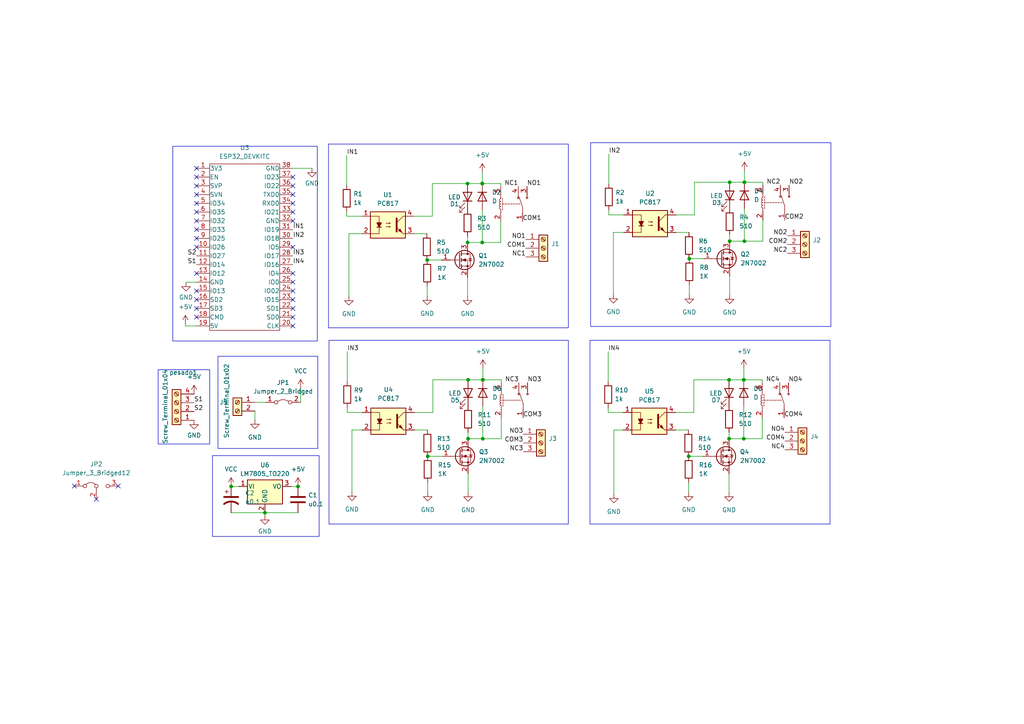
<source format=kicad_sch>
(kicad_sch (version 20230121) (generator eeschema)
  (paper "A4")
  (lib_symbols
    (symbol "Connector:Screw_Terminal_01x02" (pin_names (offset 1.016) hide)
      (property "Reference" "J" (at 0 2.54 0))
      (property "Value" "Screw_Terminal_01x02" (at 0 -5.08 0))
      (symbol "Screw_Terminal_01x02_1_1"
        (rectangle (start -1.27 1.27) (end 1.27 -3.81) (stroke (width 0.254)) (fill (type background)))
        (circle (center 0 -2.54) (radius 0.635) (stroke (width 0.1524)))
        (polyline (pts (xy -0.5334 -2.2098) (xy 0.3302 -3.048)) (stroke (width 0.1524)))
        (polyline (pts (xy -0.5334 0.3302) (xy 0.3302 -0.508)) (stroke (width 0.1524)))
        (polyline (pts (xy -0.3556 -2.032) (xy 0.508 -2.8702)) (stroke (width 0.1524)))
        (polyline (pts (xy -0.3556 0.508) (xy 0.508 -0.3302)) (stroke (width 0.1524)))
        (circle (center 0 0) (radius 0.635) (stroke (width 0.1524)))
        (pin passive line (at -5.08 0 0) (length 3.81) (name "Pin_1") (number "1"))
        (pin passive line (at -5.08 -2.54 0) (length 3.81) (name "Pin_2") (number "2"))
      )
    )
    (symbol "Connector:Screw_Terminal_01x03" (pin_names (offset 1.016) hide)
      (property "Reference" "J" (at 0 5.08 0))
      (property "Value" "Screw_Terminal_01x03" (at 0 -5.08 0))
      (symbol "Screw_Terminal_01x03_1_1"
        (rectangle (start -1.27 3.81) (end 1.27 -3.81) (stroke (width 0.254)) (fill (type background)))
        (circle (center 0 -2.54) (radius 0.635) (stroke (width 0.1524)))
        (polyline (pts (xy -0.5334 -2.2098) (xy 0.3302 -3.048)) (stroke (width 0.1524)))
        (polyline (pts (xy -0.5334 0.3302) (xy 0.3302 -0.508)) (stroke (width 0.1524)))
        (polyline (pts (xy -0.5334 2.8702) (xy 0.3302 2.032)) (stroke (width 0.1524)))
        (polyline (pts (xy -0.3556 -2.032) (xy 0.508 -2.8702)) (stroke (width 0.1524)))
        (polyline (pts (xy -0.3556 0.508) (xy 0.508 -0.3302)) (stroke (width 0.1524)))
        (polyline (pts (xy -0.3556 3.048) (xy 0.508 2.2098)) (stroke (width 0.1524)))
        (circle (center 0 0) (radius 0.635) (stroke (width 0.1524)))
        (circle (center 0 2.54) (radius 0.635) (stroke (width 0.1524)))
        (pin passive line (at -5.08 2.54 0) (length 3.81) (name "Pin_1") (number "1"))
        (pin passive line (at -5.08 0 0) (length 3.81) (name "Pin_2") (number "2"))
        (pin passive line (at -5.08 -2.54 0) (length 3.81) (name "Pin_3") (number "3"))
      )
    )
    (symbol "Connector:Screw_Terminal_01x04" (pin_names (offset 1.016) hide)
      (property "Reference" "J" (at 0 5.08 0))
      (property "Value" "Screw_Terminal_01x04" (at 0 -7.62 0))
      (symbol "Screw_Terminal_01x04_1_1"
        (rectangle (start -1.27 3.81) (end 1.27 -6.35) (stroke (width 0.254)) (fill (type background)))
        (circle (center 0 -5.08) (radius 0.635) (stroke (width 0.1524)))
        (circle (center 0 -2.54) (radius 0.635) (stroke (width 0.1524)))
        (polyline (pts (xy -0.5334 -4.7498) (xy 0.3302 -5.588)) (stroke (width 0.1524)))
        (polyline (pts (xy -0.5334 -2.2098) (xy 0.3302 -3.048)) (stroke (width 0.1524)))
        (polyline (pts (xy -0.5334 0.3302) (xy 0.3302 -0.508)) (stroke (width 0.1524)))
        (polyline (pts (xy -0.5334 2.8702) (xy 0.3302 2.032)) (stroke (width 0.1524)))
        (polyline (pts (xy -0.3556 -4.572) (xy 0.508 -5.4102)) (stroke (width 0.1524)))
        (polyline (pts (xy -0.3556 -2.032) (xy 0.508 -2.8702)) (stroke (width 0.1524)))
        (polyline (pts (xy -0.3556 0.508) (xy 0.508 -0.3302)) (stroke (width 0.1524)))
        (polyline (pts (xy -0.3556 3.048) (xy 0.508 2.2098)) (stroke (width 0.1524)))
        (circle (center 0 0) (radius 0.635) (stroke (width 0.1524)))
        (circle (center 0 2.54) (radius 0.635) (stroke (width 0.1524)))
        (pin passive line (at -5.08 2.54 0) (length 3.81) (name "Pin_1") (number "1"))
        (pin passive line (at -5.08 0 0) (length 3.81) (name "Pin_2") (number "2"))
        (pin passive line (at -5.08 -2.54 0) (length 3.81) (name "Pin_3") (number "3"))
        (pin passive line (at -5.08 -5.08 0) (length 3.81) (name "Pin_4") (number "4"))
      )
    )
    (symbol "Device:C" (pin_numbers hide) (pin_names (offset 0.254))
      (property "Reference" "C" (at 0.635 2.54 0))
      (property "Value" "C" (at 0.635 -2.54 0))
      (symbol "C_0_1"
        (polyline (pts (xy -2.032 -0.762) (xy 2.032 -0.762)) (stroke (width 0.508)))
        (polyline (pts (xy -2.032 0.762) (xy 2.032 0.762)) (stroke (width 0.508)))
      )
      (symbol "C_1_1"
        (pin passive line (at 0 3.81 270) (length 2.794) (name "~") (number "1"))
        (pin passive line (at 0 -3.81 90) (length 2.794) (name "~") (number "2"))
      )
    )
    (symbol "Device:C_Polarized_US" (pin_numbers hide) (pin_names (offset 0.254) hide)
      (property "Reference" "C" (at 0.635 2.54 0))
      (property "Value" "C_Polarized_US" (at 0.635 -2.54 0))
      (symbol "C_Polarized_US_0_1"
        (polyline (pts (xy -2.032 0.762) (xy 2.032 0.762)) (stroke (width 0.508)))
        (polyline (pts (xy -1.778 2.286) (xy -0.762 2.286)))
        (polyline (pts (xy -1.27 1.778) (xy -1.27 2.794)))
        (arc (start 2.032 -1.27) (mid 0 -0.5572) (end -2.032 -1.27) (stroke (width 0.508)))
      )
      (symbol "C_Polarized_US_1_1"
        (pin passive line (at 0 3.81 270) (length 2.794) (name "~") (number "1"))
        (pin passive line (at 0 -3.81 90) (length 3.302) (name "~") (number "2"))
      )
    )
    (symbol "Device:D" (pin_numbers hide) (pin_names (offset 1.016) hide)
      (property "Reference" "D" (at 0 2.54 0))
      (property "Value" "D" (at 0 -2.54 0))
      (symbol "D_0_1"
        (polyline (pts (xy -1.27 1.27) (xy -1.27 -1.27)) (stroke (width 0.254)))
        (polyline (pts (xy 1.27 0) (xy -1.27 0)))
        (polyline (pts (xy 1.27 1.27) (xy 1.27 -1.27) (xy -1.27 0) (xy 1.27 1.27)) (stroke (width 0.254)))
      )
      (symbol "D_1_1"
        (pin passive line (at -3.81 0 0) (length 2.54) (name "K") (number "1"))
        (pin passive line (at 3.81 0 180) (length 2.54) (name "A") (number "2"))
      )
    )
    (symbol "Device:LED" (pin_numbers hide) (pin_names (offset 1.016) hide)
      (property "Reference" "D" (at 0 2.54 0))
      (property "Value" "LED" (at 0 -2.54 0))
      (symbol "LED_0_1"
        (polyline (pts (xy -1.27 -1.27) (xy -1.27 1.27)) (stroke (width 0.254)))
        (polyline (pts (xy -1.27 0) (xy 1.27 0)))
        (polyline (pts (xy 1.27 -1.27) (xy 1.27 1.27) (xy -1.27 0) (xy 1.27 -1.27)) (stroke (width 0.254)))
        (polyline (pts (xy -3.048 -0.762) (xy -4.572 -2.286) (xy -3.81 -2.286) (xy -4.572 -2.286) (xy -4.572 -1.524)))
        (polyline (pts (xy -1.778 -0.762) (xy -3.302 -2.286) (xy -2.54 -2.286) (xy -3.302 -2.286) (xy -3.302 -1.524)))
      )
      (symbol "LED_1_1"
        (pin passive line (at -3.81 0 0) (length 2.54) (name "K") (number "1"))
        (pin passive line (at 3.81 0 180) (length 2.54) (name "A") (number "2"))
      )
    )
    (symbol "Device:R" (pin_numbers hide) (pin_names (offset 0))
      (property "Reference" "R" (at 2.032 0 90))
      (property "Value" "R" (at 0 0 90))
      (symbol "R_0_1"
        (rectangle (start -1.016 -2.54) (end 1.016 2.54) (stroke (width 0.254)))
      )
      (symbol "R_1_1"
        (pin passive line (at 0 3.81 270) (length 1.27) (name "~") (number "1"))
        (pin passive line (at 0 -3.81 90) (length 1.27) (name "~") (number "2"))
      )
    )
    (symbol "EESTN5:ESP32_DEVKITC" (pin_names (offset 0.0254))
      (property "Reference" "U" (at 0 25.4 0))
      (property "Value" "ESP32_DEVKITC" (at 0 -25.4 0))
      (symbol "ESP32_DEVKITC_0_1"
        (rectangle (start -10.16 24.13) (end 10.16 -24.13))
      )
      (symbol "ESP32_DEVKITC_1_1"
        (pin passive line (at -13.97 22.86 0) (length 3.81) (name "3V3") (number "1"))
        (pin passive line (at -13.97 0 0) (length 3.81) (name "IO26") (number "10"))
        (pin passive line (at -13.97 -2.54 0) (length 3.81) (name "IO27") (number "11"))
        (pin passive line (at -13.97 -5.08 0) (length 3.81) (name "IO14") (number "12"))
        (pin passive line (at -13.97 -7.62 0) (length 3.81) (name "IO12") (number "13"))
        (pin passive line (at -13.97 -10.16 0) (length 3.81) (name "GND") (number "14"))
        (pin passive line (at -13.97 -12.7 0) (length 3.81) (name "IO13") (number "15"))
        (pin passive line (at -13.97 -15.24 0) (length 3.81) (name "SD2") (number "16"))
        (pin passive line (at -13.97 -17.78 0) (length 3.81) (name "SD3") (number "17"))
        (pin passive line (at -13.97 -20.32 0) (length 3.81) (name "CMD") (number "18"))
        (pin passive line (at -13.97 -22.86 0) (length 3.81) (name "5V") (number "19"))
        (pin passive line (at -13.97 20.32 0) (length 3.81) (name "EN") (number "2"))
        (pin passive line (at 13.97 -22.86 180) (length 3.81) (name "CLK") (number "20"))
        (pin passive line (at 13.97 -20.32 180) (length 3.81) (name "SD0") (number "21"))
        (pin passive line (at 13.97 -17.78 180) (length 3.81) (name "SD1") (number "22"))
        (pin passive line (at 13.97 -15.24 180) (length 3.81) (name "IO15") (number "23"))
        (pin passive line (at 13.97 -12.7 180) (length 3.81) (name "IO02") (number "24"))
        (pin passive line (at 13.97 -10.16 180) (length 3.81) (name "IO0") (number "25"))
        (pin passive line (at 13.97 -7.62 180) (length 3.81) (name "IO4") (number "26"))
        (pin passive line (at 13.97 -5.08 180) (length 3.81) (name "IO16") (number "27"))
        (pin passive line (at 13.97 -2.54 180) (length 3.81) (name "IO17") (number "28"))
        (pin passive line (at 13.97 0 180) (length 3.81) (name "IO5") (number "29"))
        (pin passive line (at -13.97 17.78 0) (length 3.81) (name "SVP") (number "3"))
        (pin passive line (at 13.97 2.54 180) (length 3.81) (name "IO18") (number "30"))
        (pin passive line (at 13.97 5.08 180) (length 3.81) (name "IO19") (number "31"))
        (pin passive line (at 13.97 7.62 180) (length 3.81) (name "GND") (number "32"))
        (pin passive line (at 13.97 10.16 180) (length 3.81) (name "IO21") (number "33"))
        (pin passive line (at 13.97 12.7 180) (length 3.81) (name "RXD0") (number "34"))
        (pin passive line (at 13.97 15.24 180) (length 3.81) (name "TXD0") (number "35"))
        (pin passive line (at 13.97 17.78 180) (length 3.81) (name "IO22") (number "36"))
        (pin passive line (at 13.97 20.32 180) (length 3.81) (name "IO23") (number "37"))
        (pin passive line (at 13.97 22.86 180) (length 3.81) (name "GND") (number "38"))
        (pin passive line (at -13.97 15.24 0) (length 3.81) (name "SVN") (number "4"))
        (pin passive line (at -13.97 12.7 0) (length 3.81) (name "IO34") (number "5"))
        (pin passive line (at -13.97 10.16 0) (length 3.81) (name "IO35") (number "6"))
        (pin passive line (at -13.97 7.62 0) (length 3.81) (name "IO32") (number "7"))
        (pin passive line (at -13.97 5.08 0) (length 3.81) (name "IO33") (number "8"))
        (pin passive line (at -13.97 2.54 0) (length 3.81) (name "IO25") (number "9"))
      )
    )
    (symbol "EESTN5:PC817" (pin_names (offset 1.016))
      (property "Reference" "U" (at -5.08 5.08 0))
      (property "Value" "PC817" (at 0 5.08 0))
      (symbol "PC817_0_1"
        (rectangle (start -5.08 3.81) (end 5.08 -3.81) (stroke (width 0.254)) (fill (type background)))
        (polyline (pts (xy -3.175 -0.635) (xy -1.905 -0.635)) (stroke (width 0.254)))
        (polyline (pts (xy 2.54 0.635) (xy 4.445 2.54)))
        (polyline (pts (xy 4.445 -2.54) (xy 2.54 -0.635)) (fill (type outline)))
        (polyline (pts (xy 4.445 -2.54) (xy 5.08 -2.54)))
        (polyline (pts (xy 4.445 2.54) (xy 5.08 2.54)))
        (polyline (pts (xy -5.08 2.54) (xy -2.54 2.54) (xy -2.54 0.635)))
        (polyline (pts (xy -2.54 -0.635) (xy -2.54 -2.54) (xy -5.08 -2.54)))
        (polyline (pts (xy 2.54 1.905) (xy 2.54 -1.905) (xy 2.54 -1.905)) (stroke (width 0.508)))
        (polyline (pts (xy -2.54 -0.635) (xy -3.175 0.635) (xy -1.905 0.635) (xy -2.54 -0.635)) (stroke (width 0.254)) (fill (type outline)))
        (polyline (pts (xy -0.508 -0.508) (xy 0.762 -0.508) (xy 0.381 -0.635) (xy 0.381 -0.381) (xy 0.762 -0.508)))
        (polyline (pts (xy -0.508 0.508) (xy 0.762 0.508) (xy 0.381 0.381) (xy 0.381 0.635) (xy 0.762 0.508)))
        (polyline (pts (xy 3.048 -1.651) (xy 3.556 -1.143) (xy 4.064 -2.159) (xy 3.048 -1.651) (xy 3.048 -1.651)) (fill (type outline)))
      )
      (symbol "PC817_1_1"
        (pin passive line (at -7.62 2.54 0) (length 2.54) (name "~") (number "1"))
        (pin passive line (at -7.62 -2.54 0) (length 2.54) (name "~") (number "2"))
        (pin passive line (at 7.62 -2.54 180) (length 2.54) (name "~") (number "3"))
        (pin passive line (at 7.62 2.54 180) (length 2.54) (name "~") (number "4"))
      )
    )
    (symbol "EESTN5:RELAY_C" (pin_names (offset 1.016))
      (property "Reference" "K" (at 0 6.35 0))
      (property "Value" "RELAY_C" (at 0 -5.969 0))
      (symbol "RELAY_C_0_1"
        (arc (start -0.762 3.81) (mid -1.143 4.1894) (end -1.524 3.81))
        (polyline (pts (xy -1.778 3.302) (xy -1.27 3.302) (xy -1.27 3.302)))
        (polyline (pts (xy -1.524 -2.54) (xy -2.54 -2.54) (xy -2.54 -2.54)))
        (polyline (pts (xy -1.524 3.81) (xy -2.54 3.81) (xy -2.54 3.81)))
        (polyline (pts (xy -1.016 3.302) (xy -0.508 3.302) (xy -0.508 3.302)))
        (polyline (pts (xy -0.254 3.302) (xy 0.254 3.302) (xy 0.254 3.302)))
        (polyline (pts (xy 0 -1.27) (xy 0 -1.778) (xy 0 -1.778)))
        (polyline (pts (xy 0 -0.508) (xy 0 -1.016) (xy 0 -1.016)))
        (polyline (pts (xy 0 0.254) (xy 0 -0.254) (xy 0 -0.254)))
        (polyline (pts (xy 0 1.016) (xy 0 0.508) (xy 0 0.508)))
        (polyline (pts (xy 0 1.778) (xy 0 1.27) (xy 0 1.27)))
        (polyline (pts (xy 0 2.54) (xy 0 2.032) (xy 0 2.032)))
        (polyline (pts (xy 0 3.302) (xy 0 2.794) (xy 0 2.794)))
        (polyline (pts (xy 0.508 3.302) (xy 1.016 3.302) (xy 1.016 3.302)))
        (polyline (pts (xy 1.27 3.302) (xy 1.778 3.302) (xy 1.778 3.302)))
        (polyline (pts (xy 1.524 3.81) (xy 2.54 3.81) (xy 2.54 3.81)))
        (polyline (pts (xy 2.54 -3.81) (xy 1.778 -3.81) (xy 1.778 -3.81)))
        (polyline (pts (xy 2.54 -1.27) (xy 1.778 -1.27) (xy 1.778 -1.27)))
        (polyline (pts (xy -1.524 -2.54) (xy -1.016 -2.54) (xy 2.032 -1.524) (xy 2.032 -1.524)))
        (arc (start 0 3.81) (mid -0.381 4.1894) (end -0.762 3.81))
        (arc (start 0.762 3.81) (mid 0.381 4.1894) (end 0 3.81))
        (arc (start 1.524 3.81) (mid 1.143 4.1894) (end 0.762 3.81))
        (circle (center 1.778 -3.81) (radius 0.254))
        (circle (center 1.778 -1.27) (radius 0.254))
      )
      (symbol "RELAY_C_1_1"
        (pin passive line (at -5.08 -2.54 0) (length 2.54) (name "~") (number "1"))
        (pin passive line (at -5.08 3.81 0) (length 2.54) (name "~") (number "2"))
        (pin passive line (at 5.08 -3.81 180) (length 2.54) (name "~") (number "3"))
        (pin passive line (at 5.08 -1.27 180) (length 2.54) (name "~") (number "4"))
        (pin passive line (at 5.08 3.81 180) (length 2.54) (name "~") (number "5"))
      )
    )
    (symbol "Jumper:Jumper_2_Bridged" (pin_names (offset 0) hide)
      (property "Reference" "JP" (at 0 1.905 0))
      (property "Value" "Jumper_2_Bridged" (at 0 -2.54 0))
      (symbol "Jumper_2_Bridged_0_0"
        (circle (center -2.032 0) (radius 0.508))
        (circle (center 2.032 0) (radius 0.508))
      )
      (symbol "Jumper_2_Bridged_0_1"
        (arc (start 1.524 0.254) (mid 0 0.762) (end -1.524 0.254))
      )
      (symbol "Jumper_2_Bridged_1_1"
        (pin passive line (at -5.08 0 0) (length 2.54) (name "A") (number "1"))
        (pin passive line (at 5.08 0 180) (length 2.54) (name "B") (number "2"))
      )
    )
    (symbol "Jumper:Jumper_3_Bridged12" (pin_names (offset 0) hide)
      (property "Reference" "JP" (at -2.54 -2.54 0))
      (property "Value" "Jumper_3_Bridged12" (at 0 2.794 0))
      (symbol "Jumper_3_Bridged12_0_0"
        (circle (center -3.302 0) (radius 0.508))
        (circle (center 0 0) (radius 0.508))
        (circle (center 3.302 0) (radius 0.508))
      )
      (symbol "Jumper_3_Bridged12_0_1"
        (arc (start -0.254 0.508) (mid -1.651 0.9912) (end -3.048 0.508))
        (polyline (pts (xy 0 -1.27) (xy 0 -0.508)))
      )
      (symbol "Jumper_3_Bridged12_1_1"
        (pin passive line (at -6.35 0 0) (length 2.54) (name "A") (number "1"))
        (pin passive line (at 0 -3.81 90) (length 2.54) (name "C") (number "2"))
        (pin passive line (at 6.35 0 180) (length 2.54) (name "B") (number "3"))
      )
    )
    (symbol "Regulator_Linear:LM7805_TO220" (pin_names (offset 0.254))
      (property "Reference" "U" (at -3.81 3.175 0))
      (property "Value" "LM7805_TO220" (at 0 3.175 0))
      (symbol "LM7805_TO220_0_1"
        (rectangle (start -5.08 1.905) (end 5.08 -5.08) (stroke (width 0.254)) (fill (type background)))
      )
      (symbol "LM7805_TO220_1_1"
        (pin power_in line (at -7.62 0 0) (length 2.54) (name "VI") (number "1"))
        (pin power_in line (at 0 -7.62 90) (length 2.54) (name "GND") (number "2"))
        (pin power_out line (at 7.62 0 180) (length 2.54) (name "VO") (number "3"))
      )
    )
    (symbol "Transistor_FET:2N7002" (pin_names hide)
      (property "Reference" "Q" (at 5.08 1.905 0))
      (property "Value" "2N7002" (at 5.08 0 0))
      (symbol "2N7002_0_1"
        (polyline (pts (xy 0.254 0) (xy -2.54 0)))
        (polyline (pts (xy 0.254 1.905) (xy 0.254 -1.905)) (stroke (width 0.254)))
        (polyline (pts (xy 0.762 -1.27) (xy 0.762 -2.286)) (stroke (width 0.254)))
        (polyline (pts (xy 0.762 0.508) (xy 0.762 -0.508)) (stroke (width 0.254)))
        (polyline (pts (xy 0.762 2.286) (xy 0.762 1.27)) (stroke (width 0.254)))
        (polyline (pts (xy 2.54 2.54) (xy 2.54 1.778)))
        (polyline (pts (xy 2.54 -2.54) (xy 2.54 0) (xy 0.762 0)))
        (polyline (pts (xy 0.762 -1.778) (xy 3.302 -1.778) (xy 3.302 1.778) (xy 0.762 1.778)))
        (polyline (pts (xy 1.016 0) (xy 2.032 0.381) (xy 2.032 -0.381) (xy 1.016 0)) (fill (type outline)))
        (polyline (pts (xy 2.794 0.508) (xy 2.921 0.381) (xy 3.683 0.381) (xy 3.81 0.254)))
        (polyline (pts (xy 3.302 0.381) (xy 2.921 -0.254) (xy 3.683 -0.254) (xy 3.302 0.381)))
        (circle (center 1.651 0) (radius 2.794) (stroke (width 0.254)))
        (circle (center 2.54 -1.778) (radius 0.254) (fill (type outline)))
        (circle (center 2.54 1.778) (radius 0.254) (fill (type outline)))
      )
      (symbol "2N7002_1_1"
        (pin input line (at -5.08 0 0) (length 2.54) (name "G") (number "1"))
        (pin passive line (at 2.54 -5.08 90) (length 2.54) (name "S") (number "2"))
        (pin passive line (at 2.54 5.08 270) (length 2.54) (name "D") (number "3"))
      )
    )
    (symbol "power:+5V" (power) (pin_names (offset 0))
      (property "Value" "+5V" (at 0 3.556 0))
      (symbol "+5V_0_1"
        (polyline (pts (xy -0.762 1.27) (xy 0 2.54)))
        (polyline (pts (xy 0 0) (xy 0 2.54)))
        (polyline (pts (xy 0 2.54) (xy 0.762 1.27)))
      )
      (symbol "+5V_1_1"
        (pin power_in line (at 0 0 90) (length 0) hide (name "+5V") (number "1"))
      )
    )
    (symbol "power:GND" (power) (pin_names (offset 0))
      (property "Value" "GND" (at 0 -3.81 0))
      (symbol "GND_0_1"
        (polyline (pts (xy 0 0) (xy 0 -1.27) (xy 1.27 -1.27) (xy 0 -2.54) (xy -1.27 -1.27) (xy 0 -1.27)))
      )
      (symbol "GND_1_1"
        (pin power_in line (at 0 0 270) (length 0) hide (name "GND") (number "1"))
      )
    )
    (symbol "power:VCC" (power) (pin_names (offset 0))
      (property "Value" "VCC" (at 0 3.81 0))
      (symbol "VCC_0_1"
        (polyline (pts (xy -0.762 1.27) (xy 0 2.54)))
        (polyline (pts (xy 0 0) (xy 0 2.54)))
        (polyline (pts (xy 0 2.54) (xy 0.762 1.27)))
      )
      (symbol "VCC_1_1"
        (pin power_in line (at 0 0 90) (length 0) hide (name "VCC") (number "1"))
      )
    )
  )
  (junction (at 140.0294 127.254))
  (junction (at 199.7456 132.334))
  (junction (at 211.6328 69.9516))
  (junction (at 140.0302 110.1598))
  (junction (at 135.763 127.254))
  (junction (at 140.0556 110.1598))
  (junction (at 215.7222 110.1598))
  (junction (at 86.431 141.097))
  (junction (at 215.7214 127.254))
  (junction (at 135.6106 53.2384))
  (junction (at 211.455 110.1598))
  (junction (at 139.9032 53.2384))
  (junction (at 139.8778 53.2384))
  (junction (at 67.0364 141.097))
  (junction (at 124.0536 132.334))
  (junction (at 139.877 70.3326))
  (junction (at 211.455 127.254))
  (junction (at 215.7476 110.1598))
  (junction (at 215.9254 52.8574))
  (junction (at 215.9 52.8574))
  (junction (at 135.763 110.1598))
  (junction (at 199.9234 75.0316))
  (junction (at 215.8992 69.9516))
  (junction (at 76.835 148.717))
  (junction (at 211.6328 52.8574))
  (junction (at 135.6106 70.3326))
  (junction (at 123.9012 75.4126))
  (no_connect (at 56.9976 84.3788))
  (no_connect (at 84.9376 58.9788))
  (no_connect (at 84.9376 71.6788))
  (no_connect (at 56.9976 79.2988))
  (no_connect (at 84.9376 84.3788))
  (no_connect (at 56.9976 86.9188))
  (no_connect (at 56.9976 64.0588))
  (no_connect (at 84.9376 61.5188))
  (no_connect (at 56.9976 66.5988))
  (no_connect (at 56.9976 61.5188))
  (no_connect (at 56.9976 58.9788))
  (no_connect (at 34.29 140.97))
  (no_connect (at 84.9376 56.4388))
  (no_connect (at 84.9376 79.2988))
  (no_connect (at 84.9376 51.3588))
  (no_connect (at 56.9976 89.4588))
  (no_connect (at 84.9376 94.5388))
  (no_connect (at 27.94 144.78))
  (no_connect (at 56.9976 48.8188))
  (no_connect (at 56.9976 69.1388))
  (no_connect (at 56.9976 51.3588))
  (no_connect (at 84.9376 81.8388))
  (no_connect (at 56.9976 71.6788))
  (no_connect (at 21.59 140.97))
  (no_connect (at 56.9976 91.9988))
  (no_connect (at 84.9376 64.0588))
  (no_connect (at 56.9976 53.8988))
  (no_connect (at 84.9376 86.9188))
  (no_connect (at 56.9976 56.4388))
  (no_connect (at 84.9376 53.8988))
  (no_connect (at 84.9376 89.4588))
  (no_connect (at 84.9376 91.9988))
  (wire (pts (xy 221.0816 110.998) (xy 221.0816 110.1598)))
  (wire (pts (xy 76.835 148.717) (xy 86.431 148.717)))
  (wire (pts (xy 100.5586 45.0596) (xy 100.5586 53.6956)))
  (wire (pts (xy 100.5586 62.7126) (xy 104.8766 62.7126)))
  (wire (pts (xy 221.0816 127.254) (xy 215.7214 127.254)))
  (wire (pts (xy 140.0302 110.1598) (xy 140.0556 110.1598)))
  (wire (pts (xy 221.2594 69.9516) (xy 215.8992 69.9516)))
  (wire (pts (xy 176.5808 62.3316) (xy 180.8988 62.3316)))
  (wire (pts (xy 135.6106 80.4926) (xy 135.6106 85.9028)))
  (wire (pts (xy 67.0306 141.097) (xy 67.0364 141.097)))
  (wire (pts (xy 120.1166 67.7926) (xy 123.7996 67.7926)))
  (wire (pts (xy 215.7476 106.9086) (xy 215.7476 110.1598)))
  (wire (pts (xy 90.4811 48.8188) (xy 84.9376 48.8188)))
  (wire (pts (xy 135.6106 68.4784) (xy 135.6106 70.3326)))
  (wire (pts (xy 145.3896 127.254) (xy 140.0294 127.254)))
  (wire (pts (xy 100.711 119.634) (xy 105.029 119.634)))
  (wire (pts (xy 215.7222 110.1598) (xy 215.7476 110.1598)))
  (wire (pts (xy 211.455 137.414) (xy 211.455 142.8242)))
  (wire (pts (xy 139.9032 49.9872) (xy 139.9032 53.2384)))
  (wire (pts (xy 178.054 124.714) (xy 180.721 124.714)))
  (wire (pts (xy 135.763 125.3998) (xy 135.763 127.254)))
  (wire (pts (xy 176.403 118.237) (xy 176.403 119.634)))
  (wire (pts (xy 139.8778 53.2384) (xy 139.9032 53.2384)))
  (wire (pts (xy 199.9234 85.471) (xy 199.9234 82.6516)))
  (wire (pts (xy 102.0826 142.6464) (xy 102.0826 124.714)))
  (wire (pts (xy 53.7718 94.5388) (xy 56.9976 94.5388)))
  (wire (pts (xy 73.9394 116.6876) (xy 77.0382 116.6876)))
  (wire (pts (xy 177.9016 67.4116) (xy 180.8988 67.4116)))
  (wire (pts (xy 211.455 127.254) (xy 215.7214 127.254)))
  (wire (pts (xy 120.269 124.714) (xy 123.952 124.714)))
  (wire (pts (xy 215.7476 110.1598) (xy 221.0816 110.1598)))
  (wire (pts (xy 221.0816 121.158) (xy 221.0816 127.254)))
  (wire (pts (xy 176.5808 60.9346) (xy 176.5808 62.3316)))
  (wire (pts (xy 140.0556 110.1598) (xy 145.3896 110.1598)))
  (wire (pts (xy 140.0294 117.7798) (xy 140.0294 127.254)))
  (wire (pts (xy 211.6328 52.8574) (xy 215.9 52.8574)))
  (wire (pts (xy 135.6106 70.3326) (xy 139.877 70.3326)))
  (wire (pts (xy 135.763 127.254) (xy 140.0294 127.254)))
  (wire (pts (xy 145.2372 70.3326) (xy 139.877 70.3326)))
  (wire (pts (xy 221.2594 53.6956) (xy 221.2594 52.8574)))
  (wire (pts (xy 221.2594 63.8556) (xy 221.2594 69.9516)))
  (wire (pts (xy 215.8992 60.4774) (xy 215.8992 69.9516)))
  (wire (pts (xy 145.2372 64.2366) (xy 145.2372 70.3326)))
  (wire (pts (xy 120.269 119.634) (xy 125.5522 119.634)))
  (wire (pts (xy 199.7456 142.7734) (xy 199.7456 139.954)))
  (wire (pts (xy 199.644 132.334) (xy 199.7456 132.334)))
  (wire (pts (xy 211.6328 68.0974) (xy 211.6328 69.9516)))
  (wire (pts (xy 199.7456 132.334) (xy 203.835 132.334)))
  (wire (pts (xy 211.455 125.3998) (xy 211.455 127.254)))
  (wire (pts (xy 199.8218 75.0316) (xy 199.9234 75.0316)))
  (wire (pts (xy 195.961 119.634) (xy 201.2442 119.634)))
  (wire (pts (xy 145.3896 110.998) (xy 145.3896 110.1598)))
  (wire (pts (xy 140.0556 106.9086) (xy 140.0556 110.1598)))
  (wire (pts (xy 201.422 52.8574) (xy 211.6328 52.8574)))
  (wire (pts (xy 123.952 132.334) (xy 124.0536 132.334)))
  (wire (pts (xy 76.835 149.5298) (xy 76.835 148.717)))
  (wire (pts (xy 140.0302 117.7798) (xy 140.0294 117.7798)))
  (wire (pts (xy 86.431 141.097) (xy 86.4362 141.097)))
  (wire (pts (xy 123.9012 85.852) (xy 123.9012 83.0326)))
  (wire (pts (xy 196.1388 62.3316) (xy 201.422 62.3316)))
  (wire (pts (xy 102.0826 124.714) (xy 105.029 124.714)))
  (wire (pts (xy 215.9 52.8574) (xy 215.9254 52.8574)))
  (wire (pts (xy 123.7996 75.4126) (xy 123.9012 75.4126)))
  (wire (pts (xy 215.7214 117.7798) (xy 215.7214 127.254)))
  (wire (pts (xy 100.711 118.237) (xy 100.711 119.634)))
  (wire (pts (xy 139.8778 60.8584) (xy 139.877 60.8584)))
  (wire (pts (xy 177.9016 85.3694) (xy 177.9016 67.4116)))
  (wire (pts (xy 215.9 60.4774) (xy 215.8992 60.4774)))
  (wire (pts (xy 215.9254 52.8574) (xy 221.2594 52.8574)))
  (wire (pts (xy 145.2372 54.0766) (xy 145.2372 53.2384)))
  (wire (pts (xy 135.6106 53.2384) (xy 139.8778 53.2384)))
  (wire (pts (xy 101.1936 85.9536) (xy 101.1936 67.7926)))
  (wire (pts (xy 199.9234 75.0316) (xy 204.0128 75.0316)))
  (wire (pts (xy 211.6328 69.9516) (xy 215.8992 69.9516)))
  (wire (pts (xy 196.1388 67.4116) (xy 199.8218 67.4116)))
  (wire (pts (xy 139.9032 53.2384) (xy 145.2372 53.2384)))
  (wire (pts (xy 135.763 110.1598) (xy 140.0302 110.1598)))
  (wire (pts (xy 56.9976 81.8388) (xy 56.9976 81.8642)))
  (wire (pts (xy 73.9394 121.7676) (xy 73.9394 119.2276)))
  (wire (pts (xy 120.1166 62.7126) (xy 125.3998 62.7126)))
  (wire (pts (xy 201.2442 110.1598) (xy 201.2442 119.634)))
  (wire (pts (xy 84.455 141.097) (xy 86.431 141.097)))
  (wire (pts (xy 211.455 110.1598) (xy 215.7222 110.1598)))
  (wire (pts (xy 176.5808 44.6786) (xy 176.5808 53.3146)))
  (wire (pts (xy 195.961 124.714) (xy 199.644 124.714)))
  (wire (pts (xy 135.763 137.414) (xy 135.763 142.8242)))
  (wire (pts (xy 124.0536 142.7734) (xy 124.0536 139.954)))
  (wire (pts (xy 53.7718 94.0054) (xy 53.7718 94.5388)))
  (wire (pts (xy 139.877 60.8584) (xy 139.877 70.3326)))
  (wire (pts (xy 176.403 101.981) (xy 176.403 110.617)))
  (wire (pts (xy 145.3896 121.158) (xy 145.3896 127.254)))
  (wire (pts (xy 125.5522 110.1598) (xy 135.763 110.1598)))
  (wire (pts (xy 176.403 119.634) (xy 180.721 119.634)))
  (wire (pts (xy 215.7222 117.7798) (xy 215.7214 117.7798)))
  (wire (pts (xy 101.1936 67.7926) (xy 104.8766 67.7926)))
  (wire (pts (xy 100.711 101.981) (xy 100.711 110.617)))
  (wire (pts (xy 123.9012 75.4126) (xy 127.9906 75.4126)))
  (wire (pts (xy 201.422 52.8574) (xy 201.422 62.3316)))
  (wire (pts (xy 201.2442 110.1598) (xy 211.455 110.1598)))
  (wire (pts (xy 215.9254 49.6062) (xy 215.9254 52.8574)))
  (wire (pts (xy 100.5586 61.3156) (xy 100.5586 62.7126)))
  (wire (pts (xy 124.0536 132.334) (xy 128.143 132.334)))
  (wire (pts (xy 125.3998 53.2384) (xy 135.6106 53.2384)))
  (wire (pts (xy 56.9976 81.8642) (xy 53.9496 81.8642)))
  (wire (pts (xy 87.1982 112.6236) (xy 87.1982 116.6876)))
  (wire (pts (xy 90.4811 48.8004) (xy 90.4811 48.8188)))
  (wire (pts (xy 178.054 143.3068) (xy 178.054 124.714)))
  (wire (pts (xy 67.0364 141.097) (xy 69.215 141.097)))
  (wire (pts (xy 67.0364 148.717) (xy 76.835 148.717)))
  (wire (pts (xy 125.3998 53.2384) (xy 125.3998 62.7126)))
  (wire (pts (xy 211.6328 80.1116) (xy 211.6328 85.5218)))
  (wire (pts (xy 125.5522 110.1598) (xy 125.5522 119.634)))
  (rectangle (start 45.8724 107.2388) (end 60.833 128.778))
  (rectangle (start 63.2206 103.3272) (end 92.1766 130.0734))
  (rectangle (start 95.2754 41.783) (end 164.846 95.0722))
  (rectangle (start 95.4278 98.7044) (end 164.846 151.9936))
  (rectangle (start 171.1198 98.7044) (end 240.7412 151.9936))
  (rectangle (start 171.2976 41.402) (end 240.9952 94.6912))
  (rectangle (start 61.6254 132.1562) (end 92.5576 155.5894))
  (rectangle (start 50.1142 42.418) (end 92.0242 98.9076))
  (label "NC1" (at 150.3172 54.0766 180))
  (label "COM1" (at 152.5016 71.9836 180))
  (label "S2" (at 56.9976 74.2188 180))
  (label "NC3" (at 150.4696 110.998 180))
  (label "NO1" (at 152.8572 54.0766 0))
  (label "NO1" (at 152.5016 69.4436 180))
  (label "S1" (at 56.9976 76.7588 180))
  (label "NC2" (at 226.3394 53.6956 180))
  (label "COM4" (at 227.4316 121.158 0))
  (label "NO2" (at 228.8794 53.6956 0))
  (label "IN1" (at 84.9376 66.5988 0))
  (label "COM3" (at 151.7396 121.158 0))
  (label "NC1" (at 152.5016 74.5236 180))
  (label "IN3" (at 84.9376 74.2188 0))
  (label "NO3" (at 151.7904 125.9332 180))
  (label "NO4" (at 228.7016 110.998 0))
  (label "NC4" (at 226.1616 110.998 180))
  (label "IN4" (at 84.9376 76.7588 0))
  (label "NO4" (at 227.6602 125.3744 180))
  (label "IN4" (at 176.403 101.981 0))
  (label "COM1" (at 151.5872 64.2366 0))
  (label "NC3" (at 151.7904 131.0132 180))
  (label "S1" (at 56.2864 116.8146 0))
  (label "COM3" (at 151.7904 128.4732 180))
  (label "IN2" (at 84.9376 69.1388 0))
  (label "COM2" (at 227.6094 63.8556 0))
  (label "COM4" (at 227.6602 127.9144 180))
  (label "NO2" (at 228.3714 68.3768 180))
  (label "S2" (at 56.2864 119.3546 0))
  (label "NO3" (at 153.0096 110.998 0))
  (label "NC2" (at 228.3714 73.4568 180))
  (label "IN1" (at 100.5586 45.0596 0))
  (label "IN3" (at 100.711 101.981 0))
  (label "COM2" (at 228.3714 70.9168 180))
  (label "IN2" (at 176.5808 44.6786 0))
  (label "NC4" (at 227.6602 130.4544 180))
  (symbol (lib_id "Device:D") (at 139.8778 57.0484 270) (unit 1)
    (property "Reference" "D2" (at 142.6718 55.7784 90) (effects (justify left)))
    (property "Value" "D" (at 142.6718 58.3184 90) (effects (justify left)))
    (property "Footprint" "Diode_SMD:D_0805_2012Metric" (effects hide))
    (property "Sim.Device" "D" (effects hide))
    (property "Sim.Pins" "1=K 2=A" (effects hide))
  )
  (symbol (lib_id "EESTN5:RELAY_C") (at 224.8916 116.078 90) (unit 1)
    (property "Reference" "K4" (effects hide))
    (property "Value" "RELAY_C" (effects hide))
    (property "Footprint" "EESTN5:Relay_C" (effects hide))
  )
  (symbol (lib_id "Device:R") (at 211.6328 64.2874 0) (unit 1)
    (property "Reference" "R4" (at 214.4268 63.0174 0) (effects (justify left)))
    (property "Value" "510" (at 214.4268 65.5574 0) (effects (justify left)))
    (property "Footprint" "Resistor_SMD:R_0805_2012Metric" (effects hide))
  )
  (symbol (lib_id "power:GND") (at 135.763 142.8242 0) (unit 1)
    (property "Reference" "#PWR023" (effects hide))
    (property "Value" "GND" (at 135.763 147.9042 0))
  )
  (symbol (lib_id "power:GND") (at 199.7456 142.7734 0) (unit 1)
    (property "Reference" "#PWR024" (effects hide))
    (property "Value" "GND" (at 199.7456 147.8534 0))
  )
  (symbol (lib_id "Device:LED") (at 211.455 113.9698 270) (mirror x) (unit 1)
    (property "Reference" "D7" (at 206.3242 116.078 90) (effects (justify left)))
    (property "Value" "LED" (at 205.8162 114.0714 90) (effects (justify left)))
    (property "Footprint" "LED_SMD:LED_0805_2012Metric" (effects hide))
  )
  (symbol (lib_id "power:GND") (at 123.9012 85.852 0) (unit 1)
    (property "Reference" "#PWR07" (effects hide))
    (property "Value" "GND" (at 123.9012 90.932 0))
  )
  (symbol (lib_id "Transistor_FET:2N7002") (at 209.0928 75.0316 0) (unit 1)
    (property "Reference" "Q2" (at 214.757 73.7616 0) (effects (justify left)))
    (property "Value" "2N7002" (at 214.757 76.3016 0) (effects (justify left)))
    (property "Footprint" "Package_TO_SOT_SMD:SOT-23" (effects hide))
    (property "Datasheet" "https://www.onsemi.com/pub/Collateral/NDS7002A-D.PDF" (effects hide))
  )
  (symbol (lib_id "EESTN5:PC817") (at 112.649 122.174 0) (unit 1)
    (property "Reference" "U4" (at 112.649 113.03 0))
    (property "Value" "PC817" (at 112.649 115.57 0))
    (property "Footprint" "EESTN5:DIP-4_PC817" (effects hide))
    (property "Datasheet" "http://www.soselectronic.cz/a_info/resource/d/pc817.pdf" (effects hide))
  )
  (symbol (lib_id "Connector:Screw_Terminal_01x03") (at 233.4514 70.9168 0) (unit 1)
    (property "Reference" "J2" (at 235.7374 69.6468 0) (effects (justify left)))
    (property "Value" "Screw_Terminal_01x03" (effects hide))
    (property "Footprint" "EESTN5:BORNERA3_AZUL" (effects hide))
  )
  (symbol (lib_id "Device:R") (at 135.6106 64.6684 0) (unit 1)
    (property "Reference" "R3" (at 138.4046 63.3984 0) (effects (justify left)))
    (property "Value" "510" (at 138.4046 65.9384 0) (effects (justify left)))
    (property "Footprint" "Resistor_SMD:R_0805_2012Metric" (effects hide))
  )
  (symbol (lib_id "power:VCC") (at 87.1982 112.6236 0) (unit 1)
    (property "Reference" "#PWR014" (effects hide))
    (property "Value" "VCC" (at 87.1982 107.5944 0))
  )
  (symbol (lib_id "Device:LED") (at 135.6106 57.0484 270) (mirror x) (unit 1)
    (property "Reference" "D1" (at 130.4798 59.1566 90) (effects (justify left)))
    (property "Value" "LED" (at 129.9718 57.15 90) (effects (justify left)))
    (property "Footprint" "LED_SMD:LED_0805_2012Metric" (effects hide))
  )
  (symbol (lib_id "EESTN5:RELAY_C") (at 225.0694 58.7756 90) (unit 1)
    (property "Reference" "K2" (effects hide))
    (property "Value" "RELAY_C" (effects hide))
    (property "Footprint" "EESTN5:Relay_C" (effects hide))
  )
  (symbol (lib_id "power:GND") (at 211.455 142.8242 0) (unit 1)
    (property "Reference" "#PWR025" (effects hide))
    (property "Value" "GND" (at 211.455 147.9042 0))
  )
  (symbol (lib_id "Connector:Screw_Terminal_01x03") (at 232.7402 127.9144 0) (unit 1)
    (property "Reference" "J4" (at 235.0262 126.6444 0) (effects (justify left)))
    (property "Value" "Screw_Terminal_01x03" (effects hide))
    (property "Footprint" "EESTN5:BORNERA3_AZUL" (effects hide))
  )
  (symbol (lib_id "Device:R") (at 211.455 121.5898 0) (unit 1)
    (property "Reference" "R12" (at 214.249 120.3198 0) (effects (justify left)))
    (property "Value" "510" (at 214.249 122.8598 0) (effects (justify left)))
    (property "Footprint" "Resistor_SMD:R_0805_2012Metric" (effects hide))
  )
  (symbol (lib_id "Jumper:Jumper_2_Bridged") (at 82.1182 116.6876 0) (unit 1)
    (property "Reference" "JP1" (at 82.1182 110.9726 0))
    (property "Value" "Jumper_2_Bridged" (at 82.1182 113.5126 0))
    (property "Footprint" "Jumper:SolderJumper-2_P1.3mm_Bridged2Bar_Pad1.0x1.5mm" (effects hide))
  )
  (symbol (lib_id "power:GND") (at 135.6106 85.9028 0) (unit 1)
    (property "Reference" "#PWR08" (effects hide))
    (property "Value" "GND" (at 135.6106 90.9828 0))
  )
  (symbol (lib_id "Jumper:Jumper_3_Bridged12") (at 27.94 140.97 0) (unit 1)
    (property "Reference" "JP2" (at 27.94 134.62 0))
    (property "Value" "Jumper_3_Bridged12" (at 27.94 137.16 0))
    (property "Footprint" "EESTN5.3dshapes:alaisonmi" (effects hide))
  )
  (symbol (lib_id "EESTN5:RELAY_C") (at 149.0472 59.1566 90) (unit 1)
    (property "Reference" "K1" (effects hide))
    (property "Value" "RELAY_C" (effects hide))
    (property "Footprint" "EESTN5:Relay_C" (effects hide))
  )
  (symbol (lib_id "power:+5V") (at 215.7476 106.9086 0) (unit 1)
    (property "Reference" "#PWR013" (effects hide))
    (property "Value" "+5V" (at 215.7476 101.9048 0))
  )
  (symbol (lib_id "Connector:Screw_Terminal_01x04") (at 51.2064 119.3546 180) (unit 1)
    (property "Reference" "pesado1" (at 53.1622 108.0262 0))
    (property "Value" "Screw_Terminal_01x04" (at 47.9044 117.9322 90))
    (property "Footprint" "Connector_PinHeader_2.54mm:PinHeader_1x04_P2.54mm_Vertical" (effects hide))
  )
  (symbol (lib_id "power:GND") (at 53.9496 81.8642 0) (unit 1)
    (property "Reference" "#PWR06" (effects hide))
    (property "Value" "GND" (at 53.9496 86.233 0))
  )
  (symbol (lib_id "power:GND") (at 211.6328 85.5218 0) (unit 1)
    (property "Reference" "#PWR010" (effects hide))
    (property "Value" "GND" (at 211.6328 90.6018 0))
  )
  (symbol (lib_id "power:GND") (at 76.835 149.5298 0) (unit 1)
    (property "Reference" "#PWR026" (effects hide))
    (property "Value" "GND" (at 76.835 154.1018 0))
  )
  (symbol (lib_id "Device:R") (at 176.5808 57.1246 0) (unit 1)
    (property "Reference" "R2" (at 178.4858 55.8546 0) (effects (justify left)))
    (property "Value" "1k" (at 178.4858 58.3946 0) (effects (justify left)))
    (property "Footprint" "Resistor_SMD:R_0805_2012Metric" (effects hide))
  )
  (symbol (lib_id "power:+5V") (at 215.9254 49.6062 0) (unit 1)
    (property "Reference" "#PWR03" (effects hide))
    (property "Value" "+5V" (at 215.9254 44.6024 0))
  )
  (symbol (lib_id "power:+5V") (at 140.0556 106.9086 0) (unit 1)
    (property "Reference" "#PWR012" (effects hide))
    (property "Value" "+5V" (at 140.0556 101.9048 0))
  )
  (symbol (lib_id "Device:C") (at 86.431 144.907 0) (unit 1)
    (property "Reference" "C1" (at 89.3774 143.637 0) (effects (justify left)))
    (property "Value" "u0.1" (at 89.3774 146.177 0) (effects (justify left)))
    (property "Footprint" "Capacitor_SMD:C_0805_2012Metric" (effects hide))
  )
  (symbol (lib_id "power:GND") (at 178.054 143.3068 0) (unit 1)
    (property "Reference" "#PWR019" (effects hide))
    (property "Value" "GND" (at 178.054 148.3868 0))
  )
  (symbol (lib_id "Device:C_Polarized_US") (at 67.0364 144.907 0) (unit 1)
    (property "Reference" "C2" (at 71.12 143.002 0) (effects (justify left)))
    (property "Value" "u0.1" (at 71.12 145.542 0) (effects (justify left)))
    (property "Footprint" "Capacitor_SMD:C_0805_2012Metric" (effects hide))
  )
  (symbol (lib_id "Transistor_FET:2N7002") (at 133.0706 75.4126 0) (unit 1)
    (property "Reference" "Q1" (at 138.7348 74.1426 0) (effects (justify left)))
    (property "Value" "2N7002" (at 138.7348 76.6826 0) (effects (justify left)))
    (property "Footprint" "Package_TO_SOT_SMD:SOT-23" (effects hide))
    (property "Datasheet" "https://www.onsemi.com/pub/Collateral/NDS7002A-D.PDF" (effects hide))
  )
  (symbol (lib_id "Device:R") (at 123.952 128.524 0) (unit 1)
    (property "Reference" "R13" (at 126.746 127.254 0) (effects (justify left)))
    (property "Value" "510" (at 126.746 129.794 0) (effects (justify left)))
    (property "Footprint" "Resistor_SMD:R_0805_2012Metric" (effects hide))
  )
  (symbol (lib_id "Device:R") (at 176.403 114.427 0) (unit 1)
    (property "Reference" "R10" (at 178.308 113.157 0) (effects (justify left)))
    (property "Value" "1k" (at 178.308 115.697 0) (effects (justify left)))
    (property "Footprint" "Resistor_SMD:R_0805_2012Metric" (effects hide))
  )
  (symbol (lib_id "Device:D") (at 215.7222 113.9698 270) (unit 1)
    (property "Reference" "D8" (at 218.5162 112.6998 90) (effects (justify left)))
    (property "Value" "D" (at 218.5162 115.2398 90) (effects (justify left)))
    (property "Footprint" "Diode_SMD:D_0805_2012Metric" (effects hide))
    (property "Sim.Device" "D" (effects hide))
    (property "Sim.Pins" "1=K 2=A" (effects hide))
  )
  (symbol (lib_id "Connector:Screw_Terminal_01x02") (at 68.8594 116.6876 0) (mirror y) (unit 1)
    (property "Reference" "J5" (at 66.0654 116.6876 0) (effects (justify left)))
    (property "Value" "Screw_Terminal_01x02" (at 65.7098 127.1016 90) (effects (justify left)))
    (property "Footprint" "EESTN5:BORNERA2_AZUL" (effects hide))
  )
  (symbol (lib_id "power:+5V") (at 56.2864 114.2746 0) (unit 1)
    (property "Reference" "#PWR015" (effects hide))
    (property "Value" "+5V" (at 56.2864 109.2708 0))
  )
  (symbol (lib_id "Regulator_Linear:LM7805_TO220") (at 76.835 141.097 0) (unit 1)
    (property "Reference" "U6" (at 76.835 134.874 0))
    (property "Value" "LM7805_TO220" (at 76.835 137.414 0))
    (property "Footprint" "Package_TO_SOT_SMD:TO-263-2" (effects hide))
    (property "Datasheet" "https://www.onsemi.cn/PowerSolutions/document/MC7800-D.PDF" (effects hide))
  )
  (symbol (lib_id "power:GND") (at 90.4811 48.8004 0) (unit 1)
    (property "Reference" "#PWR01" (effects hide))
    (property "Value" "GND" (at 90.4811 53.1692 0))
  )
  (symbol (lib_id "power:GND") (at 199.9234 85.471 0) (unit 1)
    (property "Reference" "#PWR09" (effects hide))
    (property "Value" "GND" (at 199.9234 90.551 0))
  )
  (symbol (lib_id "power:GND") (at 56.2864 121.8946 0) (unit 1)
    (property "Reference" "#PWR017" (effects hide))
    (property "Value" "GND" (at 56.2864 126.2634 0))
  )
  (symbol (lib_id "Device:R") (at 124.0536 136.144 0) (unit 1)
    (property "Reference" "R15" (at 126.9746 134.874 0) (effects (justify left)))
    (property "Value" "1K" (at 126.9746 137.414 0) (effects (justify left)))
    (property "Footprint" "Resistor_SMD:R_0805_2012Metric" (effects hide))
  )
  (symbol (lib_id "Device:R") (at 100.711 114.427 0) (unit 1)
    (property "Reference" "R9" (at 102.616 113.157 0) (effects (justify left)))
    (property "Value" "1k" (at 102.616 115.697 0) (effects (justify left)))
    (property "Footprint" "Resistor_SMD:R_0805_2012Metric" (effects hide))
  )
  (symbol (lib_id "EESTN5:PC817") (at 112.4966 65.2526 0) (unit 1)
    (property "Reference" "U1" (at 112.4966 56.4896 0))
    (property "Value" "PC817" (at 112.4966 59.0296 0))
    (property "Footprint" "EESTN5:DIP-4_PC817" (effects hide))
    (property "Datasheet" "http://www.soselectronic.cz/a_info/resource/d/pc817.pdf" (effects hide))
  )
  (symbol (lib_id "power:GND") (at 102.0826 142.6464 0) (unit 1)
    (property "Reference" "#PWR018" (effects hide))
    (property "Value" "GND" (at 102.0826 147.7264 0))
  )
  (symbol (lib_id "Device:R") (at 199.9234 78.8416 0) (unit 1)
    (property "Reference" "R8" (at 202.8444 77.5716 0) (effects (justify left)))
    (property "Value" "1K" (at 202.8444 80.1116 0) (effects (justify left)))
    (property "Footprint" "Resistor_SMD:R_0805_2012Metric" (effects hide))
  )
  (symbol (lib_id "power:GND") (at 124.0536 142.7734 0) (unit 1)
    (property "Reference" "#PWR022" (effects hide))
    (property "Value" "GND" (at 124.0536 147.8534 0))
  )
  (symbol (lib_id "Transistor_FET:2N7002") (at 133.223 132.334 0) (unit 1)
    (property "Reference" "Q3" (at 138.8872 131.064 0) (effects (justify left)))
    (property "Value" "2N7002" (at 138.8872 133.604 0) (effects (justify left)))
    (property "Footprint" "Package_TO_SOT_SMD:SOT-23" (effects hide))
    (property "Datasheet" "https://www.onsemi.com/pub/Collateral/NDS7002A-D.PDF" (effects hide))
  )
  (symbol (lib_id "Device:R") (at 199.8218 71.2216 0) (unit 1)
    (property "Reference" "R6" (at 202.6158 69.9516 0) (effects (justify left)))
    (property "Value" "510" (at 202.6158 72.4916 0) (effects (justify left)))
    (property "Footprint" "Resistor_SMD:R_0805_2012Metric" (effects hide))
  )
  (symbol (lib_id "power:GND") (at 73.9394 121.7676 0) (unit 1)
    (property "Reference" "#PWR016" (effects hide))
    (property "Value" "GND" (at 73.9394 126.8476 0))
  )
  (symbol (lib_id "power:VCC") (at 67.0306 141.097 0) (unit 1)
    (property "Reference" "#PWR020" (effects hide))
    (property "Value" "VCC" (at 67.0306 136.0678 0))
  )
  (symbol (lib_id "EESTN5:ESP32_DEVKITC") (at 70.9676 71.6788 0) (unit 1)
    (property "Reference" "U3" (at 70.9676 42.8498 0))
    (property "Value" "ESP32_DEVKITC" (at 70.9676 45.3898 0))
    (property "Footprint" "EESTN5:ESP32_DEVKITC" (effects hide))
  )
  (symbol (lib_id "Device:R") (at 199.7456 136.144 0) (unit 1)
    (property "Reference" "R16" (at 202.6666 134.874 0) (effects (justify left)))
    (property "Value" "1K" (at 202.6666 137.414 0) (effects (justify left)))
    (property "Footprint" "Resistor_SMD:R_0805_2012Metric" (effects hide))
  )
  (symbol (lib_id "Device:LED") (at 135.763 113.9698 270) (mirror x) (unit 1)
    (property "Reference" "D5" (at 130.6322 116.078 90) (effects (justify left)))
    (property "Value" "LED" (at 130.1242 114.0714 90) (effects (justify left)))
    (property "Footprint" "LED_SMD:LED_0805_2012Metric" (effects hide))
  )
  (symbol (lib_id "power:GND") (at 177.9016 85.3694 0) (unit 1)
    (property "Reference" "#PWR05" (effects hide))
    (property "Value" "GND" (at 177.9016 90.4494 0))
  )
  (symbol (lib_id "Device:R") (at 199.644 128.524 0) (unit 1)
    (property "Reference" "R14" (at 202.438 127.254 0) (effects (justify left)))
    (property "Value" "510" (at 202.438 129.794 0) (effects (justify left)))
    (property "Footprint" "Resistor_SMD:R_0805_2012Metric" (effects hide))
  )
  (symbol (lib_id "Device:R") (at 135.763 121.5898 0) (unit 1)
    (property "Reference" "R11" (at 138.557 120.3198 0) (effects (justify left)))
    (property "Value" "510" (at 138.557 122.8598 0) (effects (justify left)))
    (property "Footprint" "Resistor_SMD:R_0805_2012Metric" (effects hide))
  )
  (symbol (lib_id "power:+5V") (at 86.4362 141.097 0) (unit 1)
    (property "Reference" "#PWR021" (effects hide))
    (property "Value" "+5V" (at 86.4362 136.0932 0))
  )
  (symbol (lib_id "EESTN5:PC817") (at 188.341 122.174 0) (unit 1)
    (property "Reference" "U5" (at 188.341 113.4872 0))
    (property "Value" "PC817" (at 188.341 116.0272 0))
    (property "Footprint" "EESTN5:DIP-4_PC817" (effects hide))
    (property "Datasheet" "http://www.soselectronic.cz/a_info/resource/d/pc817.pdf" (effects hide))
  )
  (symbol (lib_id "Connector:Screw_Terminal_01x03") (at 157.5816 71.9836 0) (unit 1)
    (property "Reference" "J1" (at 159.8676 70.7136 0) (effects (justify left)))
    (property "Value" "Screw_Terminal_01x03" (effects hide))
    (property "Footprint" "EESTN5:BORNERA3_AZUL" (effects hide))
  )
  (symbol (lib_id "power:GND") (at 101.1936 85.9536 0) (unit 1)
    (property "Reference" "#PWR04" (effects hide))
    (property "Value" "GND" (at 101.1936 91.0336 0))
  )
  (symbol (lib_id "Device:LED") (at 211.6328 56.6674 270) (mirror x) (unit 1)
    (property "Reference" "D3" (at 206.502 58.7756 90) (effects (justify left)))
    (property "Value" "LED" (at 205.994 56.769 90) (effects (justify left)))
    (property "Footprint" "LED_SMD:LED_0805_2012Metric" (effects hide))
  )
  (symbol (lib_id "Connector:Screw_Terminal_01x03") (at 156.8704 128.4732 0) (unit 1)
    (property "Reference" "J3" (at 159.1564 127.2032 0) (effects (justify left)))
    (property "Value" "Screw_Terminal_01x03" (effects hide))
    (property "Footprint" "EESTN5:BORNERA3_AZUL" (effects hide))
  )
  (symbol (lib_id "Device:R") (at 100.5586 57.5056 0) (unit 1)
    (property "Reference" "R1" (at 102.4636 56.2356 0) (effects (justify left)))
    (property "Value" "1k" (at 102.4636 58.7756 0) (effects (justify left)))
    (property "Footprint" "Resistor_SMD:R_0805_2012Metric" (effects hide))
  )
  (symbol (lib_id "Transistor_FET:2N7002") (at 208.915 132.334 0) (unit 1)
    (property "Reference" "Q4" (at 214.5792 131.064 0) (effects (justify left)))
    (property "Value" "2N7002" (at 214.5792 133.604 0) (effects (justify left)))
    (property "Footprint" "Package_TO_SOT_SMD:SOT-23" (effects hide))
    (property "Datasheet" "https://www.onsemi.com/pub/Collateral/NDS7002A-D.PDF" (effects hide))
  )
  (symbol (lib_id "EESTN5:RELAY_C") (at 149.1996 116.078 90) (unit 1)
    (property "Reference" "K3" (effects hide))
    (property "Value" "RELAY_C" (effects hide))
    (property "Footprint" "EESTN5:Relay_C" (effects hide))
  )
  (symbol (lib_id "Device:R") (at 123.9012 79.2226 0) (unit 1)
    (property "Reference" "R7" (at 126.8222 77.9526 0) (effects (justify left)))
    (property "Value" "1K" (at 126.8222 80.4926 0) (effects (justify left)))
    (property "Footprint" "Resistor_SMD:R_0805_2012Metric" (effects hide))
  )
  (symbol (lib_id "Device:D") (at 140.0302 113.9698 270) (unit 1)
    (property "Reference" "D6" (at 142.8242 112.6998 90) (effects (justify left)))
    (property "Value" "D" (at 142.8242 115.2398 90) (effects (justify left)))
    (property "Footprint" "Diode_SMD:D_0805_2012Metric" (effects hide))
    (property "Sim.Device" "D" (effects hide))
    (property "Sim.Pins" "1=K 2=A" (effects hide))
  )
  (symbol (lib_id "EESTN5:PC817") (at 188.5188 64.8716 0) (unit 1)
    (property "Reference" "U2" (at 188.5188 56.1086 0))
    (property "Value" "PC817" (at 188.5188 58.6486 0))
    (property "Footprint" "EESTN5:DIP-4_PC817" (effects hide))
    (property "Datasheet" "http://www.soselectronic.cz/a_info/resource/d/pc817.pdf" (effects hide))
  )
  (symbol (lib_id "power:+5V") (at 139.9032 49.9872 0) (unit 1)
    (property "Reference" "#PWR02" (effects hide))
    (property "Value" "+5V" (at 139.9032 44.9834 0))
  )
  (symbol (lib_id "Device:R") (at 123.7996 71.6026 0) (unit 1)
    (property "Reference" "R5" (at 126.5936 70.3326 0) (effects (justify left)))
    (property "Value" "510" (at 126.5936 72.8726 0) (effects (justify left)))
    (property "Footprint" "Resistor_SMD:R_0805_2012Metric" (effects hide))
  )
  (symbol (lib_id "power:+5V") (at 53.7718 94.0054 0) (unit 1)
    (property "Reference" "#PWR011" (effects hide))
    (property "Value" "+5V" (at 53.7718 89.0016 0))
  )
  (symbol (lib_id "Device:D") (at 215.9 56.6674 270) (unit 1)
    (property "Reference" "D4" (at 218.694 55.3974 90) (effects (justify left)))
    (property "Value" "D" (at 218.694 57.9374 90) (effects (justify left)))
    (property "Footprint" "Diode_SMD:D_0805_2012Metric" (effects hide))
    (property "Sim.Device" "D" (effects hide))
    (property "Sim.Pins" "1=K 2=A" (effects hide))
  )
)
</source>
